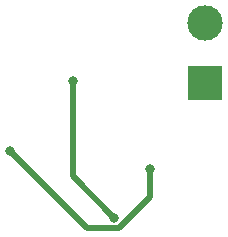
<source format=gbr>
%TF.GenerationSoftware,KiCad,Pcbnew,(6.0.10)*%
%TF.CreationDate,2023-02-16T14:18:23-08:00*%
%TF.ProjectId,Exercise2,45786572-6369-4736-9532-2e6b69636164,rev?*%
%TF.SameCoordinates,Original*%
%TF.FileFunction,Copper,L2,Bot*%
%TF.FilePolarity,Positive*%
%FSLAX46Y46*%
G04 Gerber Fmt 4.6, Leading zero omitted, Abs format (unit mm)*
G04 Created by KiCad (PCBNEW (6.0.10)) date 2023-02-16 14:18:23*
%MOMM*%
%LPD*%
G01*
G04 APERTURE LIST*
%TA.AperFunction,ComponentPad*%
%ADD10R,3.000000X3.000000*%
%TD*%
%TA.AperFunction,ComponentPad*%
%ADD11C,3.000000*%
%TD*%
%TA.AperFunction,ViaPad*%
%ADD12C,0.800000*%
%TD*%
%TA.AperFunction,Conductor*%
%ADD13C,0.508000*%
%TD*%
G04 APERTURE END LIST*
D10*
%TO.P,J1,1,Pin_1*%
%TO.N,+9V*%
X119570000Y-87460000D03*
D11*
%TO.P,J1,2,Pin_2*%
%TO.N,GND*%
X119570000Y-82380000D03*
%TD*%
D12*
%TO.N,/pin_2*%
X114880000Y-94750000D03*
X103042500Y-93217500D03*
%TO.N,Net-(C2-Pad1)*%
X111870000Y-98880000D03*
X108350000Y-87240000D03*
%TD*%
D13*
%TO.N,/pin_2*%
X112223739Y-99734000D02*
X114880000Y-97077739D01*
X103042500Y-93217500D02*
X109559000Y-99734000D01*
X109559000Y-99734000D02*
X112223739Y-99734000D01*
X114880000Y-97077739D02*
X114880000Y-94750000D01*
%TO.N,Net-(C2-Pad1)*%
X108320000Y-95330000D02*
X111870000Y-98880000D01*
X108350000Y-87240000D02*
X108350000Y-95300000D01*
X108350000Y-95300000D02*
X108320000Y-95330000D01*
%TD*%
M02*

</source>
